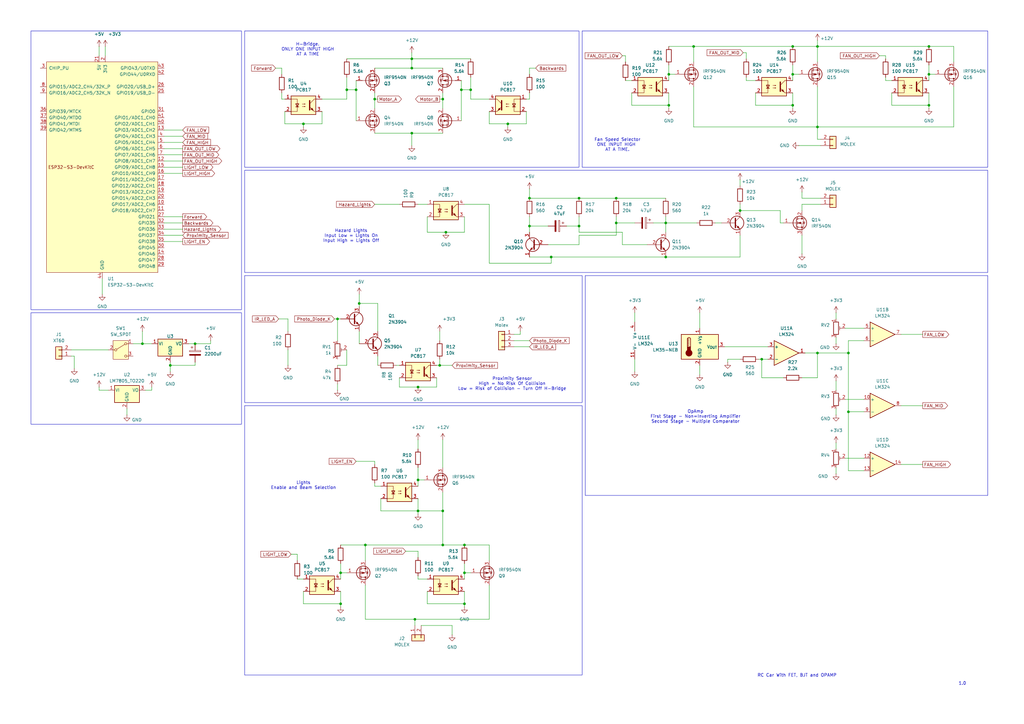
<source format=kicad_sch>
(kicad_sch (version 20231120) (generator "eeschema") (generator_version "8.0")
  (paper "A3")
  (junction (at 252.73 91.44))
  (junction (at 325.12 30.48))
  (junction (at 168.91 27.94))
  (junction (at 69.85 149.86))
  (junction (at 138.43 130.81))
  (junction (at 381 30.48))
  (junction (at 182.88 95.25))
  (junction (at 217.17 81.28))
  (junction (at 168.91 24.13))
  (junction (at 58.42 140.97))
  (junction (at 325.12 43.18))
  (junction (at 153.67 40.64))
  (junction (at 139.7 247.65))
  (junction (at 190.5 247.65))
  (junction (at 190.5 223.52))
  (junction (at 124.46 50.8))
  (junction (at 146.05 36.83))
  (junction (at 142.24 36.83))
  (junction (at 335.28 144.78))
  (junction (at 171.45 209.55))
  (junction (at 303.53 86.36))
  (junction (at 208.28 50.8))
  (junction (at 347.98 168.91))
  (junction (at 284.48 19.05))
  (junction (at 180.34 149.86))
  (junction (at 335.28 52.07))
  (junction (at 312.42 147.32))
  (junction (at 170.18 254))
  (junction (at 273.05 105.41))
  (junction (at 347.98 144.78))
  (junction (at 193.04 36.83))
  (junction (at 181.61 209.55))
  (junction (at 325.12 19.05))
  (junction (at 274.32 30.48))
  (junction (at 147.32 124.46))
  (junction (at 226.06 105.41))
  (junction (at 252.73 81.28))
  (junction (at 273.05 91.44))
  (junction (at 149.86 223.52))
  (junction (at 80.01 140.97))
  (junction (at 189.23 36.83))
  (junction (at 171.45 196.85))
  (junction (at 335.28 19.05))
  (junction (at 168.91 54.61))
  (junction (at 139.7 234.95))
  (junction (at 217.17 92.71))
  (junction (at 381 43.18))
  (junction (at 181.61 223.52))
  (junction (at 237.49 81.28))
  (junction (at 190.5 234.95))
  (junction (at 171.45 158.75))
  (junction (at 274.32 43.18))
  (junction (at 237.49 92.71))
  (junction (at 181.61 40.64))
  (junction (at 381 19.05))
  (wire (pts (xy 217.17 40.64) (xy 215.9 40.64)))
  (wire (pts (xy 86.36 139.7) (xy 86.36 140.97)))
  (wire (pts (xy 381 43.18) (xy 381 44.45)))
  (wire (pts (xy 320.04 86.36) (xy 320.04 91.44)))
  (wire (pts (xy 162.56 149.86) (xy 163.83 149.86)))
  (wire (pts (xy 365.76 43.18) (xy 381 43.18)))
  (wire (pts (xy 80.01 148.59) (xy 80.01 149.86)))
  (wire (pts (xy 113.03 27.94) (xy 115.57 27.94)))
  (wire (pts (xy 115.57 40.64) (xy 116.84 40.64)))
  (wire (pts (xy 346.71 187.96) (xy 354.33 187.96)))
  (wire (pts (xy 328.93 83.82) (xy 328.93 86.36)))
  (wire (pts (xy 256.54 25.4) (xy 256.54 22.86)))
  (wire (pts (xy 171.45 237.49) (xy 175.26 237.49)))
  (wire (pts (xy 80.01 149.86) (xy 69.85 149.86)))
  (wire (pts (xy 40.64 160.02) (xy 44.45 160.02)))
  (wire (pts (xy 217.17 88.9) (xy 217.17 92.71)))
  (wire (pts (xy 293.37 91.44) (xy 295.91 91.44)))
  (wire (pts (xy 226.06 107.95) (xy 226.06 105.41)))
  (wire (pts (xy 336.55 83.82) (xy 328.93 83.82)))
  (wire (pts (xy 40.64 158.75) (xy 40.64 160.02)))
  (wire (pts (xy 325.12 30.48) (xy 327.66 30.48)))
  (wire (pts (xy 303.53 86.36) (xy 320.04 86.36)))
  (wire (pts (xy 237.49 88.9) (xy 237.49 92.71)))
  (wire (pts (xy 325.12 38.1) (xy 325.12 43.18)))
  (wire (pts (xy 116.84 45.72) (xy 116.84 50.8)))
  (wire (pts (xy 149.86 223.52) (xy 149.86 229.87)))
  (wire (pts (xy 284.48 52.07) (xy 284.48 35.56)))
  (wire (pts (xy 142.24 36.83) (xy 146.05 36.83)))
  (wire (pts (xy 154.94 146.05) (xy 154.94 149.86)))
  (wire (pts (xy 287.02 128.27) (xy 287.02 134.62)))
  (wire (pts (xy 226.06 105.41) (xy 273.05 105.41)))
  (wire (pts (xy 297.18 142.24) (xy 314.96 142.24)))
  (wire (pts (xy 274.32 38.1) (xy 274.32 43.18)))
  (wire (pts (xy 381 19.05) (xy 391.16 19.05)))
  (wire (pts (xy 149.86 254) (xy 149.86 240.03)))
  (wire (pts (xy 171.45 196.85) (xy 173.99 196.85)))
  (wire (pts (xy 381 33.02) (xy 381 30.48)))
  (wire (pts (xy 67.31 91.44) (xy 74.93 91.44)))
  (wire (pts (xy 181.61 209.55) (xy 181.61 223.52)))
  (wire (pts (xy 327.66 59.69) (xy 336.55 59.69)))
  (wire (pts (xy 274.32 26.67) (xy 274.32 30.48)))
  (wire (pts (xy 146.05 36.83) (xy 146.05 49.53)))
  (wire (pts (xy 185.42 260.35) (xy 185.42 256.54)))
  (wire (pts (xy 182.88 95.25) (xy 175.26 95.25)))
  (wire (pts (xy 311.15 147.32) (xy 312.42 147.32)))
  (wire (pts (xy 139.7 247.65) (xy 139.7 248.92)))
  (wire (pts (xy 29.21 143.51) (xy 44.45 143.51)))
  (wire (pts (xy 213.36 135.89) (xy 213.36 137.16)))
  (wire (pts (xy 260.35 147.32) (xy 260.35 152.4)))
  (wire (pts (xy 312.42 154.94) (xy 312.42 147.32)))
  (wire (pts (xy 365.76 38.1) (xy 365.76 43.18)))
  (wire (pts (xy 335.28 52.07) (xy 391.16 52.07)))
  (wire (pts (xy 217.17 92.71) (xy 217.17 95.25)))
  (wire (pts (xy 139.7 234.95) (xy 142.24 234.95)))
  (wire (pts (xy 69.85 149.86) (xy 69.85 152.4)))
  (wire (pts (xy 146.05 189.23) (xy 153.67 189.23)))
  (wire (pts (xy 147.32 124.46) (xy 147.32 125.73)))
  (wire (pts (xy 259.08 38.1) (xy 259.08 43.18)))
  (wire (pts (xy 86.36 140.97) (xy 80.01 140.97)))
  (wire (pts (xy 190.5 223.52) (xy 200.66 223.52)))
  (wire (pts (xy 267.97 91.44) (xy 273.05 91.44)))
  (wire (pts (xy 354.33 168.91) (xy 347.98 168.91)))
  (wire (pts (xy 200.66 254) (xy 200.66 240.03)))
  (wire (pts (xy 217.17 81.28) (xy 237.49 81.28)))
  (wire (pts (xy 40.64 19.05) (xy 40.64 22.86)))
  (wire (pts (xy 156.21 199.39) (xy 153.67 199.39)))
  (wire (pts (xy 200.66 50.8) (xy 200.66 45.72)))
  (wire (pts (xy 67.31 58.42) (xy 74.93 58.42)))
  (wire (pts (xy 336.55 57.15) (xy 335.28 57.15)))
  (wire (pts (xy 171.45 83.82) (xy 175.26 83.82)))
  (wire (pts (xy 154.94 135.89) (xy 154.94 124.46)))
  (wire (pts (xy 168.91 54.61) (xy 168.91 59.69)))
  (wire (pts (xy 180.34 40.64) (xy 181.61 40.64)))
  (wire (pts (xy 67.31 68.58) (xy 74.93 68.58)))
  (wire (pts (xy 119.38 227.33) (xy 121.92 227.33)))
  (wire (pts (xy 252.73 91.44) (xy 252.73 96.52)))
  (wire (pts (xy 190.5 88.9) (xy 190.5 95.25)))
  (wire (pts (xy 255.27 100.33) (xy 265.43 100.33)))
  (wire (pts (xy 124.46 247.65) (xy 139.7 247.65)))
  (wire (pts (xy 139.7 237.49) (xy 139.7 234.95)))
  (wire (pts (xy 181.61 223.52) (xy 190.5 223.52)))
  (wire (pts (xy 168.91 27.94) (xy 181.61 27.94)))
  (wire (pts (xy 284.48 19.05) (xy 284.48 25.4)))
  (wire (pts (xy 139.7 231.14) (xy 139.7 234.95)))
  (wire (pts (xy 41.91 114.3) (xy 41.91 120.65)))
  (wire (pts (xy 190.5 95.25) (xy 182.88 95.25)))
  (wire (pts (xy 342.9 138.43) (xy 342.9 140.97)))
  (wire (pts (xy 213.36 137.16) (xy 210.82 137.16)))
  (wire (pts (xy 190.5 231.14) (xy 190.5 234.95)))
  (wire (pts (xy 303.53 105.41) (xy 273.05 105.41)))
  (wire (pts (xy 335.28 19.05) (xy 335.28 25.4)))
  (wire (pts (xy 273.05 91.44) (xy 273.05 95.25)))
  (wire (pts (xy 180.34 135.89) (xy 180.34 139.7)))
  (wire (pts (xy 303.53 83.82) (xy 303.53 86.36)))
  (wire (pts (xy 210.82 142.24) (xy 217.17 142.24)))
  (wire (pts (xy 153.67 189.23) (xy 153.67 190.5)))
  (wire (pts (xy 115.57 27.94) (xy 115.57 30.48)))
  (wire (pts (xy 321.31 154.94) (xy 312.42 154.94)))
  (wire (pts (xy 153.67 38.1) (xy 153.67 40.64)))
  (wire (pts (xy 124.46 50.8) (xy 124.46 52.07)))
  (wire (pts (xy 325.12 33.02) (xy 325.12 30.48)))
  (wire (pts (xy 181.61 180.34) (xy 181.61 191.77)))
  (wire (pts (xy 181.61 40.64) (xy 181.61 44.45)))
  (wire (pts (xy 363.22 22.86) (xy 363.22 24.13)))
  (wire (pts (xy 138.43 139.7) (xy 138.43 130.81)))
  (wire (pts (xy 142.24 31.75) (xy 142.24 36.83)))
  (wire (pts (xy 208.28 52.07) (xy 208.28 50.8)))
  (wire (pts (xy 347.98 193.04) (xy 347.98 168.91)))
  (wire (pts (xy 153.67 54.61) (xy 168.91 54.61)))
  (wire (pts (xy 298.45 148.59) (xy 298.45 147.32)))
  (wire (pts (xy 255.27 95.25) (xy 255.27 100.33)))
  (wire (pts (xy 69.85 148.59) (xy 69.85 149.86)))
  (wire (pts (xy 67.31 71.12) (xy 74.93 71.12)))
  (wire (pts (xy 335.28 52.07) (xy 284.48 52.07)))
  (wire (pts (xy 309.88 43.18) (xy 325.12 43.18)))
  (wire (pts (xy 132.08 50.8) (xy 132.08 45.72)))
  (wire (pts (xy 190.5 247.65) (xy 190.5 248.92)))
  (wire (pts (xy 217.17 77.47) (xy 217.17 81.28)))
  (wire (pts (xy 200.66 107.95) (xy 226.06 107.95)))
  (wire (pts (xy 237.49 92.71) (xy 237.49 95.25)))
  (wire (pts (xy 67.31 96.52) (xy 74.93 96.52)))
  (wire (pts (xy 252.73 96.52) (xy 237.49 96.52)))
  (wire (pts (xy 298.45 147.32) (xy 303.53 147.32)))
  (wire (pts (xy 200.66 83.82) (xy 200.66 107.95)))
  (wire (pts (xy 342.9 181.61) (xy 342.9 184.15)))
  (wire (pts (xy 142.24 40.64) (xy 142.24 36.83)))
  (wire (pts (xy 381 38.1) (xy 381 43.18)))
  (wire (pts (xy 256.54 33.02) (xy 259.08 33.02)))
  (wire (pts (xy 381 26.67) (xy 381 30.48)))
  (wire (pts (xy 303.53 73.66) (xy 303.53 76.2)))
  (wire (pts (xy 259.08 43.18) (xy 274.32 43.18)))
  (wire (pts (xy 193.04 31.75) (xy 193.04 36.83)))
  (wire (pts (xy 149.86 223.52) (xy 181.61 223.52)))
  (wire (pts (xy 118.11 143.51) (xy 118.11 149.86)))
  (wire (pts (xy 153.67 40.64) (xy 153.67 44.45)))
  (wire (pts (xy 347.98 168.91) (xy 347.98 144.78)))
  (wire (pts (xy 67.31 66.04) (xy 74.93 66.04)))
  (wire (pts (xy 309.88 38.1) (xy 309.88 43.18)))
  (wire (pts (xy 181.61 209.55) (xy 171.45 209.55)))
  (wire (pts (xy 168.91 24.13) (xy 168.91 27.94)))
  (wire (pts (xy 193.04 40.64) (xy 193.04 36.83)))
  (wire (pts (xy 190.5 237.49) (xy 190.5 234.95)))
  (wire (pts (xy 132.08 40.64) (xy 142.24 40.64)))
  (wire (pts (xy 193.04 36.83) (xy 189.23 36.83)))
  (wire (pts (xy 360.68 22.86) (xy 363.22 22.86)))
  (wire (pts (xy 335.28 144.78) (xy 335.28 154.94)))
  (wire (pts (xy 121.92 237.49) (xy 124.46 237.49)))
  (wire (pts (xy 217.17 105.41) (xy 226.06 105.41)))
  (wire (pts (xy 237.49 92.71) (xy 232.41 92.71)))
  (wire (pts (xy 116.84 50.8) (xy 124.46 50.8)))
  (wire (pts (xy 185.42 256.54) (xy 172.72 256.54)))
  (wire (pts (xy 171.45 199.39) (xy 171.45 196.85)))
  (wire (pts (xy 166.37 226.06) (xy 171.45 226.06)))
  (wire (pts (xy 346.71 134.62) (xy 354.33 134.62)))
  (wire (pts (xy 284.48 19.05) (xy 325.12 19.05)))
  (wire (pts (xy 114.3 130.81) (xy 118.11 130.81)))
  (wire (pts (xy 146.05 33.02) (xy 146.05 36.83)))
  (wire (pts (xy 171.45 236.22) (xy 171.45 237.49)))
  (wire (pts (xy 347.98 139.7) (xy 354.33 139.7)))
  (wire (pts (xy 306.07 31.75) (xy 306.07 33.02)))
  (wire (pts (xy 369.57 166.37) (xy 378.46 166.37)))
  (wire (pts (xy 190.5 83.82) (xy 200.66 83.82)))
  (wire (pts (xy 219.71 27.94) (xy 217.17 27.94)))
  (wire (pts (xy 287.02 149.86) (xy 287.02 153.67)))
  (wire (pts (xy 217.17 92.71) (xy 224.79 92.71)))
  (wire (pts (xy 328.93 78.74) (xy 328.93 81.28)))
  (wire (pts (xy 139.7 223.52) (xy 149.86 223.52)))
  (wire (pts (xy 179.07 154.94) (xy 179.07 158.75)))
  (wire (pts (xy 342.9 167.64) (xy 342.9 170.18)))
  (wire (pts (xy 175.26 95.25) (xy 175.26 88.9)))
  (wire (pts (xy 335.28 19.05) (xy 381 19.05)))
  (wire (pts (xy 335.28 16.51) (xy 335.28 19.05)))
  (wire (pts (xy 163.83 158.75) (xy 163.83 154.94)))
  (wire (pts (xy 391.16 52.07) (xy 391.16 35.56)))
  (wire (pts (xy 189.23 33.02) (xy 189.23 36.83)))
  (wire (pts (xy 363.22 33.02) (xy 363.22 31.75)))
  (wire (pts (xy 189.23 36.83) (xy 189.23 49.53)))
  (wire (pts (xy 180.34 149.86) (xy 179.07 149.86)))
  (wire (pts (xy 335.28 57.15) (xy 335.28 52.07)))
  (wire (pts (xy 138.43 157.48) (xy 138.43 160.02)))
  (wire (pts (xy 274.32 19.05) (xy 284.48 19.05)))
  (wire (pts (xy 43.18 19.05) (xy 43.18 22.86)))
  (wire (pts (xy 273.05 88.9) (xy 273.05 91.44)))
  (wire (pts (xy 142.24 143.51) (xy 142.24 149.86)))
  (wire (pts (xy 168.91 21.59) (xy 168.91 24.13)))
  (wire (pts (xy 139.7 242.57) (xy 139.7 247.65)))
  (wire (pts (xy 121.92 229.87) (xy 121.92 227.33)))
  (wire (pts (xy 171.45 158.75) (xy 163.83 158.75)))
  (wire (pts (xy 153.67 83.82) (xy 163.83 83.82)))
  (wire (pts (xy 273.05 91.44) (xy 285.75 91.44)))
  (wire (pts (xy 335.28 144.78) (xy 347.98 144.78)))
  (wire (pts (xy 330.2 144.78) (xy 335.28 144.78)))
  (wire (pts (xy 306.07 21.59) (xy 304.8 21.59)))
  (wire (pts (xy 274.32 43.18) (xy 274.32 44.45)))
  (wire (pts (xy 256.54 22.86) (xy 255.27 22.86)))
  (wire (pts (xy 54.61 140.97) (xy 58.42 140.97)))
  (wire (pts (xy 67.31 60.96) (xy 74.93 60.96)))
  (wire (pts (xy 215.9 45.72) (xy 215.9 50.8)))
  (wire (pts (xy 208.28 50.8) (xy 215.9 50.8)))
  (wire (pts (xy 260.35 128.27) (xy 260.35 132.08)))
  (wire (pts (xy 175.26 242.57) (xy 175.26 247.65)))
  (wire (pts (xy 52.07 167.64) (xy 52.07 170.18)))
  (wire (pts (xy 217.17 38.1) (xy 217.17 40.64)))
  (wire (pts (xy 347.98 144.78) (xy 347.98 139.7)))
  (wire (pts (xy 391.16 19.05) (xy 391.16 25.4)))
  (wire (pts (xy 208.28 50.8) (xy 200.66 50.8)))
  (wire (pts (xy 181.61 201.93) (xy 181.61 209.55)))
  (wire (pts (xy 369.57 137.16) (xy 378.46 137.16)))
  (wire (pts (xy 171.45 191.77) (xy 171.45 196.85)))
  (wire (pts (xy 325.12 19.05) (xy 335.28 19.05)))
  (wire (pts (xy 200.66 223.52) (xy 200.66 229.87)))
  (wire (pts (xy 124.46 242.57) (xy 124.46 247.65)))
  (wire (pts (xy 115.57 38.1) (xy 115.57 40.64)))
  (wire (pts (xy 274.32 30.48) (xy 276.86 30.48)))
  (wire (pts (xy 237.49 81.28) (xy 252.73 81.28)))
  (wire (pts (xy 171.45 204.47) (xy 171.45 209.55)))
  (wire (pts (xy 224.79 100.33) (xy 237.49 100.33)))
  (wire (pts (xy 306.07 24.13) (xy 306.07 21.59)))
  (wire (pts (xy 180.34 149.86) (xy 185.42 149.86)))
  (wire (pts (xy 335.28 35.56) (xy 335.28 52.07)))
  (wire (pts (xy 320.04 91.44) (xy 321.31 91.44)))
  (wire (pts (xy 179.07 158.75) (xy 171.45 158.75)))
  (wire (pts (xy 62.23 160.02) (xy 59.69 160.02)))
  (wire (pts (xy 325.12 26.67) (xy 325.12 30.48)))
  (wire (pts (xy 80.01 140.97) (xy 77.47 140.97)))
  (wire (pts (xy 381 30.48) (xy 383.54 30.48)))
  (wire (pts (xy 210.82 139.7) (xy 217.17 139.7)))
  (wire (pts (xy 252.73 88.9) (xy 252.73 91.44)))
  (wire (pts (xy 58.42 140.97) (xy 62.23 140.97)))
  (wire (pts (xy 147.32 120.65) (xy 147.32 124.46)))
  (wire (pts (xy 138.43 149.86) (xy 142.24 149.86)))
  (wire (pts (xy 312.42 147.32) (xy 314.96 147.32)))
  (wire (pts (xy 328.93 154.94) (xy 335.28 154.94)))
  (wire (pts (xy 58.42 135.89) (xy 58.42 140.97)))
  (wire (pts (xy 181.61 38.1) (xy 181.61 40.64)))
  (wire (pts (xy 170.18 254) (xy 200.66 254)))
  (wire (pts (xy 124.46 50.8) (xy 132.08 50.8)))
  (wire (pts (xy 67.31 99.06) (xy 74.93 99.06)))
  (wire (pts (xy 200.66 40.64) (xy 193.04 40.64)))
  (wire (pts (xy 306.07 33.02) (xy 309.88 33.02)))
  (wire (pts (xy 147.32 135.89) (xy 147.32 140.97)))
  (wire (pts (xy 67.31 88.9) (xy 74.93 88.9)))
  (wire (pts (xy 156.21 204.47) (xy 156.21 209.55)))
  (wire (pts (xy 190.5 234.95) (xy 193.04 234.95)))
  (wire (pts (xy 138.43 130.81) (xy 139.7 130.81)))
  (wire (pts (xy 154.94 40.64) (xy 153.67 40.64)))
  (wire (pts (xy 168.91 24.13) (xy 193.04 24.13)))
  (wire (pts (xy 354.33 193.04) (xy 347.98 193.04)))
  (wire (pts (xy 156.21 209.55) (xy 171.45 209.55)))
  (wire (pts (xy 67.31 53.34) (xy 74.93 53.34)))
  (wire (pts (xy 328.93 81.28) (xy 336.55 81.28)))
  (wire (pts (xy 149.86 254) (xy 170.18 254)))
  (wire (pts (xy 252.73 81.28) (xy 273.05 81.28)))
  (wire (pts (xy 237.49 95.25) (xy 255.27 95.25)))
  (wire (pts (xy 365.76 33.02) (xy 363.22 33.02)))
  (wire (pts (xy 342.9 191.77) (xy 342.9 194.31)))
  (wire (pts (xy 328.93 96.52) (xy 328.93 104.14)))
  (wire (pts (xy 67.31 63.5) (xy 74.93 63.5)))
  (wire (pts (xy 217.17 27.94) (xy 217.17 30.48)))
  (wire (pts (xy 67.31 93.98) (xy 74.93 93.98)))
  (wire (pts (xy 342.9 156.21) (xy 342.9 160.02)))
  (wire (pts (xy 369.57 190.5) (xy 378.46 190.5)))
  (wire (pts (xy 67.31 55.88) (xy 74.93 55.88)))
  (wire (pts (xy 252.73 91.44) (xy 260.35 91.44)))
  (wire (pts (xy 142.24 24.13) (xy 168.91 24.13)))
  (wire (pts (xy 274.32 33.02) (xy 274.32 30.48)))
  (wire (pts (xy 180.34 147.32) (xy 180.34 149.86)))
  (wire (pts (xy 303.53 96.52) (xy 303.53 105.41)))
  (wire (pts (xy 171.45 180.34) (xy 171.45 184.15)))
  (wire (pts (xy 168.91 54.61) (xy 181.61 54.61)))
  (wire (pts (xy 153.67 27.94) (xy 168.91 27.94)))
  (wire (pts (xy 171.45 209.55) (xy 171.45 210.82)))
  (wire (pts (xy 137.16 130.81) (xy 138.43 130.81)))
  (wire (pts (xy 62.23 158.75) (xy 62.23 160.02)))
  (wire (pts (xy 325.12 43.18) (xy 325.12 44.45)))
  (wire (pts (xy 118.11 130.81) (xy 118.11 135.89)))
  (wire (pts (xy 29.21 146.05) (xy 30.48 146.05)))
  (wire (pts (xy 346.71 163.83) (xy 354.33 163.83)))
  (wire (pts (xy 171.45 228.6) (xy 171.45 226.06)))
  (wire (pts (xy 190.5 242.57) (xy 190.5 247.65)))
  (wire (pts (xy 154.94 124.46) (xy 147.32 124.46)))
  (wire (pts (xy 237.49 96.52) (xy 237.49 100.33)))
  (wire (pts (xy 153.67 199.39) (xy 153.67 198.12)))
  (wire (pts (xy 175.26 247.65) (xy 190.5 247.65)))
  (wire (pts (xy 30.48 146.05) (xy 30.48 151.13)))
  (wire (pts (xy 342.9 128.27) (xy 342.9 130.81)))
  (wire (pts (xy 170.18 256.54) (xy 170.18 254)))
  (rectangle (start 100.33 69.85) (end 405.13 111.76))
  (rectangle (start 240.03 113.03) (end 405.13 203.2))
  (rectangle (start 238.76 12.7) (end 405.13 68.58))
  (rectangle (start 100.33 166.37) (end 238.76 276.86))
  (rectangle (start 100.33 12.7) (end 237.49 68.58))
  (rectangle (start 100.33 113.03) (end 238.76 165.1))
  (rectangle (start 12.7 12.7) (end 99.06 127))
  (rectangle (start 12.7 128.27) (end 99.06 173.99))
  (text "H-Bridge.\nONLY ONE INPUT HIGH\nAT A TIME" (at 126.238 20.32 0) (effects (font (size 1.27 1.27))))
  (text "RC Car With FET, BJT and OPAMP" (at 326.898 277.114 0) (effects (font (size 1.27 1.27))))
  (text "Hazard Lights\nInput Low = Lights On\nInput High = Lights Off" (at 144.018 96.774 0) (effects (font (size 1.27 1.27))))
  (text "1.0" (at 394.716 280.416 0) (effects (font (size 1.27 1.27))))
  (text "Lights\nEnable and Beam Selection" (at 124.46 199.136 0) (effects (font (size 1.27 1.27))))
  (text "Proximity Sensor\nHigh = No Risk Of Collision\nLow = Risk of Collision - Turn Off H-Bridge" (at 210.058 157.48 0) (effects (font (size 1.27 1.27))))
  (text "Fan Speed Selector\nONE INPUT HIGH \nAT A TIME." (at 253.238 59.436 0) (effects (font (size 1.27 1.27))))
  (text "OpAmp\nFirst Stage - Non=Inverting Amplifier\nSecond Stage - Multiple Comparator\n" (at 285.242 170.942 0) (effects (font (size 1.27 1.27))))
  (global_label "FAN_HIGH" (shape output) (at 378.46 190.5 0) (property "Intersheetrefs" "${INTERSHEET_REFS}" (effects (hide yes))))
  (global_label "FAN_OUT_LOW" (shape input) (at 255.27 22.86 180) (property "Intersheetrefs" "${INTERSHEET_REFS}" (effects (hide yes))))
  (global_label "FAN_OUT_MID" (shape input) (at 304.8 21.59 180) (property "Intersheetrefs" "${INTERSHEET_REFS}" (effects (hide yes))))
  (global_label "Motor_B" (shape output) (at 180.34 40.64 180) (property "Intersheetrefs" "${INTERSHEET_REFS}" (effects (hide yes))))
  (global_label "Hazard_Lights" (shape input) (at 153.67 83.82 180) (property "Intersheetrefs" "${INTERSHEET_REFS}" (effects (hide yes))))
  (global_label "LIGHT_EN" (shape output) (at 74.93 99.06 0) (property "Intersheetrefs" "${INTERSHEET_REFS}" (effects (hide yes))))
  (global_label "Backwards" (shape input) (at 219.71 27.94 0) (property "Intersheetrefs" "${INTERSHEET_REFS}" (effects (hide yes))))
  (global_label "Hazard_Lights" (shape output) (at 74.93 93.98 0) (property "Intersheetrefs" "${INTERSHEET_REFS}" (effects (hide yes))))
  (global_label "FAN_HIGH" (shape input) (at 74.93 58.42 0) (property "Intersheetrefs" "${INTERSHEET_REFS}" (effects (hide yes))))
  (global_label "FAN_OUT_HIGH" (shape output) (at 74.93 66.04 0) (property "Intersheetrefs" "${INTERSHEET_REFS}" (effects (hide yes))))
  (global_label "IR_LED_A" (shape input) (at 114.3 130.81 180) (property "Intersheetrefs" "${INTERSHEET_REFS}" (effects (hide yes))))
  (global_label "Proximity_Sensor" (shape input) (at 74.93 96.52 0) (property "Intersheetrefs" "${INTERSHEET_REFS}" (effects (hide yes))))
  (global_label "LIGHT_EN" (shape input) (at 146.05 189.23 180) (property "Intersheetrefs" "${INTERSHEET_REFS}" (effects (hide yes))))
  (global_label "LIGHT_LOW" (shape output) (at 74.93 68.58 0) (property "Intersheetrefs" "${INTERSHEET_REFS}" (effects (hide yes))))
  (global_label "FAN_OUT_HIGH" (shape input) (at 360.68 22.86 180) (property "Intersheetrefs" "${INTERSHEET_REFS}" (effects (hide yes))))
  (global_label "FAN_LOW" (shape output) (at 378.46 137.16 0) (property "Intersheetrefs" "${INTERSHEET_REFS}" (effects (hide yes))))
  (global_label "Backwards" (shape output) (at 74.93 91.44 0) (property "Intersheetrefs" "${INTERSHEET_REFS}" (effects (hide yes))))
  (global_label "FAN_MID" (shape output) (at 378.46 166.37 0) (property "Intersheetrefs" "${INTERSHEET_REFS}" (effects (hide yes))))
  (global_label "Forward" (shape input) (at 113.03 27.94 180) (property "Intersheetrefs" "${INTERSHEET_REFS}" (effects (hide yes))))
  (global_label "Photo_Diode_K" (shape input) (at 217.17 139.7 0) (property "Intersheetrefs" "${INTERSHEET_REFS}" (effects (hide yes))))
  (global_label "FAN_OUT_LOW" (shape output) (at 74.93 60.96 0) (property "Intersheetrefs" "${INTERSHEET_REFS}" (effects (hide yes))))
  (global_label "FAN_MID" (shape input) (at 74.93 55.88 0) (property "Intersheetrefs" "${INTERSHEET_REFS}" (effects (hide yes))))
  (global_label "FAN_OUT_MID" (shape output) (at 74.93 63.5 0) (property "Intersheetrefs" "${INTERSHEET_REFS}" (effects (hide yes))))
  (global_label "Proximity_Sensor" (shape input) (at 185.42 149.86 0) (property "Intersheetrefs" "${INTERSHEET_REFS}" (effects (hide yes))))
  (global_label "Forward" (shape output) (at 74.93 88.9 0) (property "Intersheetrefs" "${INTERSHEET_REFS}" (effects (hide yes))))
  (global_label "Motor_A" (shape output) (at 154.94 40.64 0) (property "Intersheetrefs" "${INTERSHEET_REFS}" (effects (hide yes))))
  (global_label "LIGHT_HIGH" (shape input) (at 166.37 226.06 180) (property "Intersheetrefs" "${INTERSHEET_REFS}" (effects (hide yes))))
  (global_label "Photo_Diode_K" (shape input) (at 137.16 130.81 180) (property "Intersheetrefs" "${INTERSHEET_REFS}" (effects (hide yes))))
  (global_label "FAN_LOW" (shape input) (at 74.93 53.34 0) (property "Intersheetrefs" "${INTERSHEET_REFS}" (effects (hide yes))))
  (global_label "LIGHT_HIGH" (shape output) (at 74.93 71.12 0) (property "Intersheetrefs" "${INTERSHEET_REFS}" (effects (hide yes))))
  (global_label "LIGHT_LOW" (shape input) (at 119.38 227.33 180) (property "Intersheetrefs" "${INTERSHEET_REFS}" (effects (hide yes))))
  (global_label "IR_LED_A" (shape input) (at 217.17 142.24 0) (property "Intersheetrefs" "${INTERSHEET_REFS}" (effects (hide yes))))
  (symbol (lib_id "Device:R") (at 303.53 80.01 0) (unit 1)
    (property "Reference" "R23" (at 306.07 78.7399 0) (effects (justify left)))
    (property "Value" "10k" (at 306.07 81.2799 0) (effects (justify left)))
    (property "Footprint" "Resistor_THT:R_Axial_DIN0309_L9.0mm_D3.2mm_P15.24mm_Horizontal" (effects (hide yes)))
    (property "Description" "Resistor" (effects (hide yes)))
  )
  (symbol (lib_id "Device:R") (at 363.22 27.94 0) (unit 1)
    (property "Reference" "R28" (at 365.76 26.6699 0) (effects (justify left)))
    (property "Value" "100" (at 365.76 29.2099 0) (effects (justify left)))
    (property "Footprint" "Resistor_THT:R_Axial_DIN0309_L9.0mm_D3.2mm_P15.24mm_Horizontal" (effects (hide yes)))
    (property "Description" "Resistor" (effects (hide yes)))
  )
  (symbol (lib_id "power:+5V") (at 86.36 139.7 0) (unit 1)
    (property "Reference" "#PWR010" (effects (hide yes)))
    (property "Value" "+5V" (at 86.36 134.62 0))
    (property "Description" "Power symbol creates a global label with name \"+5V\"" (effects (hide yes)))
  )
  (symbol (lib_id "power:GND") (at 171.45 158.75 0) (unit 1)
    (property "Reference" "#PWR018" (effects (hide yes)))
    (property "Value" "GND" (at 171.45 163.83 0))
    (property "Description" "Power symbol creates a global label with name \"GND\" , ground" (effects (hide yes)))
  )
  (symbol (lib_id "power:GND") (at 342.9 140.97 0) (unit 1)
    (property "Reference" "#PWR042" (effects (hide yes)))
    (property "Value" "GND" (at 338.328 142.494 0))
    (property "Description" "Power symbol creates a global label with name \"GND\" , ground" (effects (hide yes)))
  )
  (symbol (lib_id "Device:R_Potentiometer_Trim") (at 138.43 143.51 0) (unit 1)
    (property "Reference" "RV1" (at 135.89 142.2399 0) (effects (justify right)))
    (property "Value" "1k" (at 135.89 144.7799 0) (effects (justify right)))
    (property "Footprint" "Potentiometer_THT:Potentiometer_Runtron_RM-065_Vertical" (effects (hide yes)))
    (property "Description" "Trim-potentiometer" (effects (hide yes)))
  )
  (symbol (lib_id "Transistor_FET:IRF540N") (at 151.13 49.53 0) (unit 1)
    (property "Reference" "Q4" (at 157.48 48.2599 0) (effects (justify left)))
    (property "Value" "IRF540N" (at 157.48 50.7999 0) (effects (justify left)))
    (property "Footprint" "Package_TO_SOT_THT:TO-220-3_Vertical" (effects (hide yes)))
    (property "Datasheet" "http://www.irf.com/product-info/datasheets/data/irf540n.pdf" (effects (hide yes)))
    (property "Description" "33A Id, 100V Vds, HEXFET N-Channel MOSFET, TO-220" (effects (hide yes)))
  )
  (symbol (lib_id "Device:R") (at 118.11 139.7 0) (mirror y) (unit 1)
    (property "Reference" "R2" (at 115.57 138.4299 0) (effects (justify left)))
    (property "Value" "100" (at 115.57 140.9699 0) (effects (justify left)))
    (property "Footprint" "Resistor_THT:R_Axial_DIN0309_L9.0mm_D3.2mm_P15.24mm_Horizontal" (effects (hide yes)))
    (property "Description" "Resistor" (effects (hide yes)))
  )
  (symbol (lib_id "power:+5V") (at 213.36 135.89 0) (unit 1)
    (property "Reference" "#PWR027" (effects (hide yes)))
    (property "Value" "+5V" (at 213.36 130.81 0))
    (property "Description" "Power symbol creates a global label with name \"+5V\"" (effects (hide yes)))
  )
  (symbol (lib_id "power:GND") (at 138.43 160.02 0) (unit 1)
    (property "Reference" "#PWR013" (effects (hide yes)))
    (property "Value" "GND" (at 141.224 163.576 0))
    (property "Description" "Power symbol creates a global label with name \"GND\" , ground" (effects (hide yes)))
  )
  (symbol (lib_id "power:+12V") (at 171.45 180.34 0) (unit 1)
    (property "Reference" "#PWR019" (effects (hide yes)))
    (property "Value" "+12V" (at 171.45 175.26 0))
    (property "Description" "Power symbol creates a global label with name \"+12V\"" (effects (hide yes)))
  )
  (symbol (lib_id "Device:R") (at 273.05 85.09 0) (unit 1)
    (property "Reference" "R20" (at 275.59 83.8199 0) (effects (justify left)))
    (property "Value" "560" (at 275.59 86.3599 0) (effects (justify left)))
    (property "Footprint" "Resistor_THT:R_Axial_DIN0309_L9.0mm_D3.2mm_P15.24mm_Horizontal" (effects (hide yes)))
    (property "Description" "Resistor" (effects (hide yes)))
  )
  (symbol (lib_id "Transistor_BJT:2N3904") (at 270.51 100.33 0) (unit 1)
    (property "Reference" "Q11" (at 275.59 99.0599 0) (effects (justify left)))
    (property "Value" "2N3904" (at 275.59 101.5999 0) (effects (justify left)))
    (property "Footprint" "Package_TO_SOT_THT:TO-92_Inline" (effects (hide yes)))
    (property "Datasheet" "https://www.onsemi.com/pub/Collateral/2N3903-D.PDF" (effects (hide yes)))
    (property "Description" "0.2A Ic, 40V Vce, Small Signal NPN Transistor, TO-92" (effects (hide yes)))
  )
  (symbol (lib_id "Device:R_Potentiometer_Trim") (at 342.9 163.83 0) (unit 1)
    (property "Reference" "RV3" (at 340.36 162.5599 0) (effects (justify right)))
    (property "Value" "R_Potentiometer_Trim" (effects (hide yes)))
    (property "Footprint" "Potentiometer_THT:Potentiometer_Runtron_RM-065_Vertical" (effects (hide yes)))
    (property "Description" "Trim-potentiometer" (effects (hide yes)))
  )
  (symbol (lib_id "power:GND") (at 124.46 52.07 0) (unit 1)
    (property "Reference" "#PWR012" (effects (hide yes)))
    (property "Value" "GND" (at 124.46 57.15 0))
    (property "Description" "Power symbol creates a global label with name \"GND\" , ground" (effects (hide yes)))
  )
  (symbol (lib_id "power:GND") (at 168.91 59.69 0) (unit 1)
    (property "Reference" "#PWR017" (effects (hide yes)))
    (property "Value" "GND" (at 168.91 64.77 0))
    (property "Description" "Power symbol creates a global label with name \"GND\" , ground" (effects (hide yes)))
  )
  (symbol (lib_id "Device:R") (at 115.57 34.29 0) (unit 1)
    (property "Reference" "R1" (at 118.11 33.0199 0) (effects (justify left)))
    (property "Value" "100" (at 118.11 35.5599 0) (effects (justify left)))
    (property "Footprint" "Resistor_THT:R_Axial_DIN0309_L9.0mm_D3.2mm_P15.24mm_Horizontal" (effects (hide yes)))
    (property "Description" "Resistor" (effects (hide yes)))
  )
  (symbol (lib_id "Transistor_BJT:2N3904") (at 144.78 130.81 0) (unit 1)
    (property "Reference" "Q1" (at 159.258 129.54 0) (effects (justify left)))
    (property "Value" "2N3904" (at 159.258 132.08 0) (effects (justify left)))
    (property "Footprint" "Package_TO_SOT_THT:TO-92_Inline" (effects (hide yes)))
    (property "Datasheet" "https://www.onsemi.com/pub/Collateral/2N3903-D.PDF" (effects (hide yes)))
    (property "Description" "0.2A Ic, 40V Vce, Small Signal NPN Transistor, TO-92" (effects (hide yes)))
  )
  (symbol (lib_id "Isolator:PC817") (at 132.08 240.03 0) (unit 1)
    (property "Reference" "U5" (at 132.08 231.14 0))
    (property "Value" "PC817" (at 132.08 233.68 0))
    (property "Footprint" "Package_DIP:DIP-4_W7.62mm" (effects (hide yes)))
    (property "Datasheet" "http://www.soselectronic.cz/a_info/resource/d/pc817.pdf" (effects (hide yes)))
    (property "Description" "DC Optocoupler, Vce 35V, CTR 50-300%, DIP-4" (effects (hide yes)))
  )
  (symbol (lib_id "Switch:SW_SPDT") (at 49.53 143.51 0) (unit 1)
    (property "Reference" "SW1" (at 49.53 134.62 0))
    (property "Value" "SW_SPDT" (at 49.53 137.16 0))
    (property "Footprint" "Toggle:SW_Toggle_Blue_wSlots" (effects (hide yes)))
    (property "Description" "Switch, single pole double throw" (effects (hide yes)))
  )
  (symbol (lib_id "power:GND") (at 118.11 149.86 0) (unit 1)
    (property "Reference" "#PWR011" (effects (hide yes)))
    (property "Value" "GND" (at 118.11 154.94 0))
    (property "Description" "Power symbol creates a global label with name \"GND\" , ground" (effects (hide yes)))
  )
  (symbol (lib_id "power:+5V") (at 62.23 158.75 0) (unit 1)
    (property "Reference" "#PWR08" (effects (hide yes)))
    (property "Value" "+5V" (at 62.23 153.67 0))
    (property "Description" "Power symbol creates a global label with name \"+5V\"" (effects (hide yes)))
  )
  (symbol (lib_id "Regulator_Linear:LM7805_TO220") (at 69.85 140.97 0) (unit 1)
    (property "Reference" "U3" (at 69.85 137.922 0))
    (property "Value" "LM7805_TO220" (effects (hide yes)))
    (property "Footprint" "Package_TO_SOT_THT:TO-220-3_Vertical" (effects (hide yes)))
    (property "Datasheet" "https://www.onsemi.cn/PowerSolutions/document/MC7800-D.PDF" (effects (hide yes)))
    (property "Description" "Positive 1A 35V Linear Regulator, Fixed Output 5V, TO-220" (effects (hide yes)))
  )
  (symbol (lib_id "Device:C_Polarized") (at 264.16 91.44 270) (unit 1)
    (property "Reference" "C3" (at 265.049 83.82 90))
    (property "Value" "47uF" (at 265.049 86.36 90))
    (property "Footprint" "Capacitor_THT:CP_Radial_D5.0mm_P2.50mm" (effects (hide yes)))
    (property "Description" "Polarized capacitor" (effects (hide yes)))
  )
  (symbol (lib_id "Amplifier_Operational:LM324") (at 262.89 139.7 0) (unit 5)
    (property "Reference" "U11" (at 261.62 138.4299 0) (effects (justify left)))
    (property "Value" "LM324" (at 261.62 140.9699 0) (effects (justify left)))
    (property "Footprint" "Package_DIP:DIP-14_W7.62mm_LongPads" (effects (hide yes)))
    (property "Datasheet" "http://www.ti.com/lit/ds/symlink/lm2902-n.pdf" (effects (hide yes)))
    (property "Description" "Low-Power, Quad-Operational Amplifiers, DIP-14/SOIC-14/SSOP-14" (effects (hide yes)))
  )
  (symbol (lib_id "Transistor_FET:IRF9540N") (at 388.62 30.48 0) (mirror x) (unit 1)
    (property "Reference" "Q16" (at 394.97 31.7501 0) (effects (justify left)))
    (property "Value" "IRF9540N" (at 394.97 29.2101 0) (effects (justify left)))
    (property "Footprint" "Package_TO_SOT_THT:TO-220-3_Vertical" (effects (hide yes)))
    (property "Datasheet" "http://www.irf.com/product-info/datasheets/data/irf9540n.pdf" (effects (hide yes)))
    (property "Description" "-23A Id, -100V Vds, 117mOhm Rds, P-Channel HEXFET Power MOSFET, TO-220" (effects (hide yes)))
  )
  (symbol (lib_id "power:GND") (at 185.42 260.35 0) (unit 1)
    (property "Reference" "#PWR024" (effects (hide yes)))
    (property "Value" "GND" (at 185.42 265.43 0))
    (property "Description" "Power symbol creates a global label with name \"GND\" , ground" (effects (hide yes)))
  )
  (symbol (lib_id "Device:R") (at 237.49 85.09 0) (unit 1)
    (property "Reference" "R17" (at 240.03 83.8199 0) (effects (justify left)))
    (property "Value" "20k" (at 240.03 86.3599 0) (effects (justify left)))
    (property "Footprint" "Resistor_THT:R_Axial_DIN0309_L9.0mm_D3.2mm_P15.24mm_Horizontal" (effects (hide yes)))
    (property "Description" "Resistor" (effects (hide yes)))
  )
  (symbol (lib_id "power:+3V3") (at 180.34 135.89 0) (unit 1)
    (property "Reference" "#PWR021" (effects (hide yes)))
    (property "Value" "+3V3" (at 184.15 130.81 0))
    (property "Description" "Power symbol creates a global label with name \"+3V3\"" (effects (hide yes)))
  )
  (symbol (lib_id "power:GND") (at 260.35 152.4 0) (unit 1)
    (property "Reference" "#PWR030" (effects (hide yes)))
    (property "Value" "GND" (at 260.35 157.48 0))
    (property "Description" "Power symbol creates a global label with name \"GND\" , ground" (effects (hide yes)))
  )
  (symbol (lib_id "Device:R") (at 217.17 34.29 0) (unit 1)
    (property "Reference" "R15" (at 219.71 33.0199 0) (effects (justify left)))
    (property "Value" "100" (at 219.71 35.5599 0) (effects (justify left)))
    (property "Footprint" "Resistor_THT:R_Axial_DIN0309_L9.0mm_D3.2mm_P15.24mm_Horizontal" (effects (hide yes)))
    (property "Description" "Resistor" (effects (hide yes)))
  )
  (symbol (lib_id "Device:R") (at 307.34 147.32 90) (unit 1)
    (property "Reference" "R25" (at 307.594 150.622 90))
    (property "Value" "560" (at 307.594 153.162 90))
    (property "Footprint" "Resistor_THT:R_Axial_DIN0309_L9.0mm_D3.2mm_P15.24mm_Horizontal" (effects (hide yes)))
    (property "Description" "Resistor" (effects (hide yes)))
  )
  (symbol (lib_id "Amplifier_Operational:LM324") (at 361.95 137.16 0) (unit 2)
    (property "Reference" "U11" (at 361.95 127 0))
    (property "Value" "LM324" (at 361.95 129.54 0))
    (property "Footprint" "Package_DIP:DIP-14_W7.62mm_LongPads" (effects (hide yes)))
    (property "Datasheet" "http://www.ti.com/lit/ds/symlink/lm2902-n.pdf" (effects (hide yes)))
    (property "Description" "Low-Power, Quad-Operational Amplifiers, DIP-14/SOIC-14/SSOP-14" (effects (hide yes)))
  )
  (symbol (lib_id "Device:R") (at 142.24 27.94 0) (unit 1)
    (property "Reference" "R6" (at 144.78 26.6699 0) (effects (justify left)))
    (property "Value" "5.6k" (at 144.78 29.2099 0) (effects (justify left)))
    (property "Footprint" "Resistor_THT:R_Axial_DIN0309_L9.0mm_D3.2mm_P15.24mm_Horizontal" (effects (hide yes)))
    (property "Description" "Resistor" (effects (hide yes)))
  )
  (symbol (lib_id "Device:R") (at 289.56 91.44 90) (unit 1)
    (property "Reference" "R22" (at 289.56 85.09 90))
    (property "Value" "1k" (at 289.56 87.63 90))
    (property "Footprint" "Resistor_THT:R_Axial_DIN0309_L9.0mm_D3.2mm_P15.24mm_Horizontal" (effects (hide yes)))
    (property "Description" "Resistor" (effects (hide yes)))
  )
  (symbol (lib_id "Device:R") (at 252.73 85.09 0) (unit 1)
    (property "Reference" "R18" (at 255.27 83.8199 0) (effects (justify left)))
    (property "Value" "20k" (at 255.27 86.3599 0) (effects (justify left)))
    (property "Footprint" "Resistor_THT:R_Axial_DIN0309_L9.0mm_D3.2mm_P15.24mm_Horizontal" (effects (hide yes)))
    (property "Description" "Resistor" (effects (hide yes)))
  )
  (symbol (lib_id "Transistor_FET:IRF9540N") (at 198.12 234.95 0) (mirror x) (unit 1)
    (property "Reference" "Q9" (at 204.47 236.2201 0) (effects (justify left)))
    (property "Value" "IRF9540N" (at 204.47 233.6801 0) (effects (justify left)))
    (property "Footprint" "Package_TO_SOT_THT:TO-220-3_Vertical" (effects (hide yes)))
    (property "Datasheet" "http://www.irf.com/product-info/datasheets/data/irf9540n.pdf" (effects (hide yes)))
    (property "Description" "-23A Id, -100V Vds, 117mOhm Rds, P-Channel HEXFET Power MOSFET, TO-220" (effects (hide yes)))
  )
  (symbol (lib_id "power:GND") (at 325.12 44.45 0) (unit 1)
    (property "Reference" "#PWR036" (effects (hide yes)))
    (property "Value" "GND" (at 325.12 49.53 0))
    (property "Description" "Power symbol creates a global label with name \"GND\" , ground" (effects (hide yes)))
  )
  (symbol (lib_id "Isolator:PC817") (at 124.46 43.18 0) (unit 1)
    (property "Reference" "U4" (at 124.46 34.29 0))
    (property "Value" "PC817" (at 124.46 36.83 0))
    (property "Footprint" "Package_DIP:DIP-4_W7.62mm" (effects (hide yes)))
    (property "Datasheet" "http://www.soselectronic.cz/a_info/resource/d/pc817.pdf" (effects (hide yes)))
    (property "Description" "DC Optocoupler, Vce 35V, CTR 50-300%, DIP-4" (effects (hide yes)))
  )
  (symbol (lib_id "Amplifier_Operational:LM324") (at 361.95 166.37 0) (unit 3)
    (property "Reference" "U11" (at 361.95 156.21 0))
    (property "Value" "LM324" (at 361.95 158.75 0))
    (property "Footprint" "Package_DIP:DIP-14_W7.62mm_LongPads" (effects (hide yes)))
    (property "Datasheet" "http://www.ti.com/lit/ds/symlink/lm2902-n.pdf" (effects (hide yes)))
    (property "Description" "Low-Power, Quad-Operational Amplifiers, DIP-14/SOIC-14/SSOP-14" (effects (hide yes)))
  )
  (symbol (lib_id "Device:R") (at 274.32 22.86 0) (mirror y) (unit 1)
    (property "Reference" "R21" (at 271.78 21.5899 0) (effects (justify left)))
    (property "Value" "5.6k" (at 271.78 24.1299 0) (effects (justify left)))
    (property "Footprint" "Resistor_THT:R_Axial_DIN0309_L9.0mm_D3.2mm_P15.24mm_Horizontal" (effects (hide yes)))
    (property "Description" "Resistor" (effects (hide yes)))
  )
  (symbol (lib_id "power:GND") (at 69.85 152.4 0) (unit 1)
    (property "Reference" "#PWR09" (effects (hide yes)))
    (property "Value" "GND" (at 69.85 157.48 0))
    (property "Description" "Power symbol creates a global label with name \"GND\" , ground" (effects (hide yes)))
  )
  (symbol (lib_id "Connector_Generic:Conn_01x03") (at 205.74 139.7 0) (mirror y) (unit 1)
    (property "Reference" "J3" (at 205.74 130.81 0))
    (property "Value" "Molex" (at 205.74 133.35 0))
    (property "Footprint" "Connector_Molex:Molex_KK-254_AE-6410-03A_1x03_P2.54mm_Vertical" (effects (hide yes)))
    (property "Description" "Generic connector, single row, 01x03, script generated (kicad-library-utils/schlib/autogen/connector/)" (effects (hide yes)))
  )
  (symbol (lib_id "Isolator:PC817") (at 266.7 35.56 0) (unit 1)
    (property "Reference" "U12" (at 266.7 26.67 0))
    (property "Value" "PC817" (at 266.7 29.21 0))
    (property "Footprint" "Package_DIP:DIP-4_W7.62mm" (effects (hide yes)))
    (property "Datasheet" "http://www.soselectronic.cz/a_info/resource/d/pc817.pdf" (effects (hide yes)))
    (property "Description" "DC Optocoupler, Vce 35V, CTR 50-300%, DIP-4" (effects (hide yes)))
  )
  (symbol (lib_id "Transistor_BJT:2N3904") (at 152.4 140.97 0) (unit 1)
    (property "Reference" "Q5" (at 157.48 139.6999 0) (effects (justify left)))
    (property "Value" "2N3904" (at 157.48 142.2399 0) (effects (justify left)))
    (property "Footprint" "Package_TO_SOT_THT:TO-92_Inline" (effects (hide yes)))
    (property "Datasheet" "https://www.onsemi.com/pub/Collateral/2N3903-D.PDF" (effects (hide yes)))
    (property "Description" "0.2A Ic, 40V Vce, Small Signal NPN Transistor, TO-92" (effects (hide yes)))
  )
  (symbol (lib_id "Transistor_BJT:2N3904") (at 219.71 100.33 0) (mirror y) (unit 1)
    (property "Reference" "Q10" (at 214.63 99.0599 0) (effects (justify left)))
    (property "Value" "2N3904" (at 214.63 101.5999 0) (effects (justify left)))
    (property "Footprint" "Package_TO_SOT_THT:TO-92_Inline" (effects (hide yes)))
    (property "Datasheet" "https://www.onsemi.com/pub/Collateral/2N3903-D.PDF" (effects (hide yes)))
    (property "Description" "0.2A Ic, 40V Vce, Small Signal NPN Transistor, TO-92" (effects (hide yes)))
  )
  (symbol (lib_id "power:+12V") (at 40.64 158.75 0) (unit 1)
    (property "Reference" "#PWR03" (effects (hide yes)))
    (property "Value" "+12V" (at 40.64 153.67 0))
    (property "Description" "Power symbol creates a global label with name \"+12V\"" (effects (hide yes)))
  )
  (symbol (lib_id "power:GND") (at 381 44.45 0) (unit 1)
    (property "Reference" "#PWR047" (effects (hide yes)))
    (property "Value" "GND" (at 381 49.53 0))
    (property "Description" "Power symbol creates a global label with name \"GND\" , ground" (effects (hide yes)))
  )
  (symbol (lib_id "power:GND") (at 274.32 44.45 0) (unit 1)
    (property "Reference" "#PWR031" (effects (hide yes)))
    (property "Value" "GND" (at 274.32 49.53 0))
    (property "Description" "Power symbol creates a global label with name \"GND\" , ground" (effects (hide yes)))
  )
  (symbol (lib_id "Connector_Generic:Conn_01x02") (at 341.63 59.69 0) (mirror x) (unit 1)
    (property "Reference" "J4" (at 347.472 56.642 0))
    (property "Value" "MOLEX" (at 347.726 59.182 0))
    (property "Footprint" "Connector_Molex:Molex_KK-254_AE-6410-02A_1x02_P2.54mm_Vertical" (effects (hide yes)))
    (property "Description" "Generic connector, single row, 01x02, script generated (kicad-library-utils/schlib/autogen/connector/)" (effects (hide yes)))
  )
  (symbol (lib_id "Amplifier_Operational:LM324") (at 322.58 144.78 0) (unit 1)
    (property "Reference" "U11" (at 322.58 134.62 0))
    (property "Value" "LM324" (at 322.58 137.16 0))
    (property "Footprint" "Package_DIP:DIP-14_W7.62mm_LongPads" (effects (hide yes)))
    (property "Datasheet" "http://www.ti.com/lit/ds/symlink/lm2902-n.pdf" (effects (hide yes)))
    (property "Description" "Low-Power, Quad-Operational Amplifiers, DIP-14/SOIC-14/SSOP-14" (effects (hide yes)))
  )
  (symbol (lib_id "Device:R") (at 325.12 154.94 90) (unit 1)
    (property "Reference" "R27" (at 325.12 148.59 90))
    (property "Value" "2.2k" (at 325.12 151.13 90))
    (property "Footprint" "Resistor_THT:R_Axial_DIN0309_L9.0mm_D3.2mm_P15.24mm_Horizontal" (effects (hide yes)))
    (property "Description" "Resistor" (effects (hide yes)))
  )
  (symbol (lib_id "power:+5V") (at 40.64 19.05 0) (unit 1)
    (property "Reference" "#PWR02" (effects (hide yes)))
    (property "Value" "+5V" (at 40.64 13.97 0))
    (property "Description" "Power symbol creates a global label with name \"+5V\"" (effects (hide yes)))
  )
  (symbol (lib_id "Device:R") (at 306.07 27.94 0) (unit 1)
    (property "Reference" "R24" (at 308.61 26.6699 0) (effects (justify left)))
    (property "Value" "100" (at 308.61 29.2099 0) (effects (justify left)))
    (property "Footprint" "Resistor_THT:R_Axial_DIN0309_L9.0mm_D3.2mm_P15.24mm_Horizontal" (effects (hide yes)))
    (property "Description" "Resistor" (effects (hide yes)))
  )
  (symbol (lib_id "Device:R") (at 139.7 227.33 0) (mirror y) (unit 1)
    (property "Reference" "R5" (at 137.16 226.0599 0) (effects (justify left)))
    (property "Value" "5.6k" (at 137.16 228.5999 0) (effects (justify left)))
    (property "Footprint" "Resistor_THT:R_Axial_DIN0309_L9.0mm_D3.2mm_P15.24mm_Horizontal" (effects (hide yes)))
    (property "Description" "Resistor" (effects (hide yes)))
  )
  (symbol (lib_id "Isolator:PC817") (at 171.45 152.4 0) (unit 1)
    (property "Reference" "U7" (at 171.45 143.51 0))
    (property "Value" "PC817" (at 171.45 146.05 0))
    (property "Footprint" "Package_DIP:DIP-4_W7.62mm" (effects (hide yes)))
    (property "Datasheet" "http://www.soselectronic.cz/a_info/resource/d/pc817.pdf" (effects (hide yes)))
    (property "Description" "DC Optocoupler, Vce 35V, CTR 50-300%, DIP-4" (effects (hide yes)))
  )
  (symbol (lib_id "Device:R") (at 158.75 149.86 90) (mirror x) (unit 1)
    (property "Reference" "R8" (at 157.4799 152.4 0) (effects (justify left)))
    (property "Value" "180" (at 160.0199 152.4 0) (effects (justify left)))
    (property "Footprint" "Resistor_THT:R_Axial_DIN0309_L9.0mm_D3.2mm_P15.24mm_Horizontal" (effects (hide yes)))
    (property "Description" "Resistor" (effects (hide yes)))
  )
  (symbol (lib_id "power:GND") (at 298.45 148.59 0) (unit 1)
    (property "Reference" "#PWR034" (effects (hide yes)))
    (property "Value" "GND" (at 298.45 153.67 0))
    (property "Description" "Power symbol creates a global label with name \"GND\" , ground" (effects (hide yes)))
  )
  (symbol (lib_id "power:+3V3") (at 342.9 128.27 0) (unit 1)
    (property "Reference" "#PWR041" (effects (hide yes)))
    (property "Value" "+3V3" (at 342.9 123.19 0))
    (property "Description" "Power symbol creates a global label with name \"+3V3\"" (effects (hide yes)))
  )
  (symbol (lib_id "power:GND") (at 190.5 248.92 0) (unit 1)
    (property "Reference" "#PWR025" (effects (hide yes)))
    (property "Value" "GND" (at 190.5 254 0))
    (property "Description" "Power symbol creates a global label with name \"GND\" , ground" (effects (hide yes)))
  )
  (symbol (lib_id "power:+12V") (at 58.42 135.89 0) (unit 1)
    (property "Reference" "#PWR07" (effects (hide yes)))
    (property "Value" "+12V" (at 58.42 130.81 0))
    (property "Description" "Power symbol creates a global label with name \"+12V\"" (effects (hide yes)))
  )
  (symbol (lib_id "power:GND") (at 208.28 52.07 0) (unit 1)
    (property "Reference" "#PWR026" (effects (hide yes)))
    (property "Value" "GND" (at 208.28 57.15 0))
    (property "Description" "Power symbol creates a global label with name \"GND\" , ground" (effects (hide yes)))
  )
  (symbol (lib_id "Isolator:PC817") (at 373.38 35.56 0) (unit 1)
    (property "Reference" "U15" (at 373.38 26.67 0))
    (property "Value" "PC817" (at 373.38 29.21 0))
    (property "Footprint" "Package_DIP:DIP-4_W7.62mm" (effects (hide yes)))
    (property "Datasheet" "http://www.soselectronic.cz/a_info/resource/d/pc817.pdf" (effects (hide yes)))
    (property "Description" "DC Optocoupler, Vce 35V, CTR 50-300%, DIP-4" (effects (hide yes)))
  )
  (symbol (lib_id "power:GND") (at 139.7 248.92 0) (unit 1)
    (property "Reference" "#PWR014" (effects (hide yes)))
    (property "Value" "GND" (at 139.7 254 0))
    (property "Description" "Power symbol creates a global label with name \"GND\" , ground" (effects (hide yes)))
  )
  (symbol (lib_id "power:GND") (at 52.07 170.18 0) (unit 1)
    (property "Reference" "#PWR06" (effects (hide yes)))
    (property "Value" "GND" (at 56.134 172.212 0))
    (property "Description" "Power symbol creates a global label with name \"GND\" , ground" (effects (hide yes)))
  )
  (symbol (lib_id "Isolator:PC817") (at 163.83 201.93 0) (unit 1)
    (property "Reference" "U6" (at 163.83 193.04 0))
    (property "Value" "PC817" (at 163.83 195.58 0))
    (property "Footprint" "Package_DIP:DIP-4_W7.62mm" (effects (hide yes)))
    (property "Datasheet" "http://www.soselectronic.cz/a_info/resource/d/pc817.pdf" (effects (hide yes)))
    (property "Description" "DC Optocoupler, Vce 35V, CTR 50-300%, DIP-4" (effects (hide yes)))
  )
  (symbol (lib_id "Transistor_FET:IRF9540N") (at 179.07 196.85 0) (mirror x) (unit 1)
    (property "Reference" "Q6" (at 185.42 198.1201 0) (effects (justify left)))
    (property "Value" "IRF9540N" (at 185.42 195.5801 0) (effects (justify left)))
    (property "Footprint" "Package_TO_SOT_THT:TO-220-3_Vertical" (effects (hide yes)))
    (property "Datasheet" "http://www.irf.com/product-info/datasheets/data/irf9540n.pdf" (effects (hide yes)))
    (property "Description" "-23A Id, -100V Vds, 117mOhm Rds, P-Channel HEXFET Power MOSFET, TO-220" (effects (hide yes)))
  )
  (symbol (lib_id "Isolator:PC817") (at 182.88 240.03 0) (unit 1)
    (property "Reference" "U9" (at 182.88 231.14 0))
    (property "Value" "PC817" (at 182.88 233.68 0))
    (property "Footprint" "Package_DIP:DIP-4_W7.62mm" (effects (hide yes)))
    (property "Datasheet" "http://www.soselectronic.cz/a_info/resource/d/pc817.pdf" (effects (hide yes)))
    (property "Description" "DC Optocoupler, Vce 35V, CTR 50-300%, DIP-4" (effects (hide yes)))
  )
  (symbol (lib_id "Transistor_FET:IRF9540N") (at 147.32 234.95 0) (mirror x) (unit 1)
    (property "Reference" "Q2" (at 153.67 236.2201 0) (effects (justify left)))
    (property "Value" "IRF9540N" (at 153.67 233.6801 0) (effects (justify left)))
    (property "Footprint" "Package_TO_SOT_THT:TO-220-3_Vertical" (effects (hide yes)))
    (property "Datasheet" "http://www.irf.com/product-info/datasheets/data/irf9540n.pdf" (effects (hide yes)))
    (property "Description" "-23A Id, -100V Vds, 117mOhm Rds, P-Channel HEXFET Power MOSFET, TO-220" (effects (hide yes)))
  )
  (symbol (lib_id "Device:R") (at 180.34 143.51 0) (unit 1)
    (property "Reference" "R12" (at 182.88 142.2399 0) (effects (justify left)))
    (property "Value" "10k" (at 182.88 144.7799 0) (effects (justify left)))
    (property "Footprint" "Resistor_THT:R_Axial_DIN0309_L9.0mm_D3.2mm_P15.24mm_Horizontal" (effects (hide yes)))
    (property "Description" "Resistor" (effects (hide yes)))
  )
  (symbol (lib_id "Device:R") (at 193.04 27.94 0) (mirror y) (unit 1)
    (property "Reference" "R14" (at 190.5 26.6699 0) (effects (justify left)))
    (property "Value" "5.6k" (at 190.5 29.2099 0) (effects (justify left)))
    (property "Footprint" "Resistor_THT:R_Axial_DIN0309_L9.0mm_D3.2mm_P15.24mm_Horizontal" (effects (hide yes)))
    (property "Description" "Resistor" (effects (hide yes)))
  )
  (symbol (lib_id "power:+3V3") (at 43.18 19.05 0) (unit 1)
    (property "Reference" "#PWR05" (effects (hide yes)))
    (property "Value" "+3V3" (at 46.99 13.97 0))
    (property "Description" "Power symbol creates a global label with name \"+3V3\"" (effects (hide yes)))
  )
  (symbol (lib_id "power:GND") (at 287.02 153.67 0) (unit 1)
    (property "Reference" "#PWR033" (effects (hide yes)))
    (property "Value" "GND" (at 287.02 158.75 0))
    (property "Description" "Power symbol creates a global label with name \"GND\" , ground" (effects (hide yes)))
  )
  (symbol (lib_id "Connector_Generic:Conn_01x02") (at 170.18 261.62 90) (mirror x) (unit 1)
    (property "Reference" "J2" (at 164.846 261.874 90))
    (property "Value" "MOLEX" (at 164.846 264.414 90))
    (property "Footprint" "Connector_Molex:Molex_KK-254_AE-6410-02A_1x02_P2.54mm_Vertical" (effects (hide yes)))
    (property "Description" "Generic connector, single row, 01x02, script generated (kicad-library-utils/schlib/autogen/connector/)" (effects (hide yes)))
  )
  (symbol (lib_id "Connector_Generic:Conn_01x02") (at 24.13 146.05 180) (unit 1)
    (property "Reference" "J1" (at 24.13 137.16 0))
    (property "Value" "XT60" (at 24.13 139.7 0))
    (property "Footprint" "Connector_AMASS:AMASS_XT60-M_1x02_P7.20mm_Vertical" (effects (hide yes)))
    (property "Description" "Generic connector, single row, 01x02, script generated (kicad-library-utils/schlib/autogen/connector/)" (effects (hide yes)))
  )
  (symbol (lib_id "Device:C_Polarized") (at 228.6 92.71 270) (unit 1)
    (property "Reference" "C2" (at 229.489 85.09 90))
    (property "Value" "47uF" (at 229.489 87.63 90))
    (property "Footprint" "Capacitor_THT:CP_Radial_D5.0mm_P2.50mm" (effects (hide yes)))
    (property "Description" "Polarized capacitor" (effects (hide yes)))
  )
  (symbol (lib_id "power:GND") (at 328.93 104.14 0) (unit 1)
    (property "Reference" "#PWR039" (effects (hide yes)))
    (property "Value" "GND" (at 328.93 109.22 0))
    (property "Description" "Power symbol creates a global label with name \"GND\" , ground" (effects (hide yes)))
  )
  (symbol (lib_id "Transistor_FET:IRF9540N") (at 151.13 33.02 0) (mirror x) (unit 1)
    (property "Reference" "Q3" (at 157.48 34.2901 0) (effects (justify left)))
    (property "Value" "IRF9540N" (at 157.48 31.7501 0) (effects (justify left)))
    (property "Footprint" "Package_TO_SOT_THT:TO-220-3_Vertical" (effects (hide yes)))
    (property "Datasheet" "http://www.irf.com/product-info/datasheets/data/irf9540n.pdf" (effects (hide yes)))
    (property "Description" "-23A Id, -100V Vds, 117mOhm Rds, P-Channel HEXFET Power MOSFET, TO-220" (effects (hide yes)))
  )
  (symbol (lib_id "Device:R") (at 190.5 227.33 0) (mirror y) (unit 1)
    (property "Reference" "R13" (at 187.96 226.0599 0) (effects (justify left)))
    (property "Value" "5.6k" (at 187.96 228.5999 0) (effects (justify left)))
    (property "Footprint" "Resistor_THT:R_Axial_DIN0309_L9.0mm_D3.2mm_P15.24mm_Horizontal" (effects (hide yes)))
    (property "Description" "Resistor" (effects (hide yes)))
  )
  (symbol (lib_id "power:GND") (at 41.91 120.65 0) (unit 1)
    (property "Reference" "#PWR04" (effects (hide yes)))
    (property "Value" "GND" (at 41.91 125.73 0))
    (property "Description" "Power symbol creates a global label with name \"GND\" , ground" (effects (hide yes)))
  )
  (symbol (lib_id "Isolator:PC817") (at 208.28 43.18 0) (mirror y) (unit 1)
    (property "Reference" "U10" (at 208.28 34.29 0))
    (property "Value" "PC817" (at 208.28 36.83 0))
    (property "Footprint" "Package_DIP:DIP-4_W7.62mm" (effects (hide yes)))
    (property "Datasheet" "http://www.soselectronic.cz/a_info/resource/d/pc817.pdf" (effects (hide yes)))
    (property "Description" "DC Optocoupler, Vce 35V, CTR 50-300%, DIP-4" (effects (hide yes)))
  )
  (symbol (lib_id "Connector_Generic:Conn_01x02") (at 341.63 83.82 0) (mirror x) (unit 1)
    (property "Reference" "J5" (at 341.63 74.93 0))
    (property "Value" "MOLEX" (at 341.63 77.47 0))
    (property "Footprint" "Connector_Molex:Molex_KK-254_AE-6410-02A_1x02_P2.54mm_Vertical" (effects (hide yes)))
    (property "Description" "Generic connector, single row, 01x02, script generated (kicad-library-utils/schlib/autogen/connector/)" (effects (hide yes)))
  )
  (symbol (lib_id "power:+3V3") (at 260.35 128.27 0) (unit 1)
    (property "Reference" "#PWR029" (effects (hide yes)))
    (property "Value" "+3V3" (at 260.35 123.19 0))
    (property "Description" "Power symbol creates a global label with name \"+3V3\"" (effects (hide yes)))
  )
  (symbol (lib_id "power:+5V") (at 217.17 77.47 0) (unit 1)
    (property "Reference" "#PWR028" (effects (hide yes)))
    (property "Value" "+5V" (at 217.17 72.39 0))
    (property "Description" "Power symbol creates a global label with name \"+5V\"" (effects (hide yes)))
  )
  (symbol (lib_id "power:+3V3") (at 342.9 181.61 0) (unit 1)
    (property "Reference" "#PWR045" (effects (hide yes)))
    (property "Value" "+3V3" (at 342.9 176.53 0))
    (property "Description" "Power symbol creates a global label with name \"+3V3\"" (effects (hide yes)))
  )
  (symbol (lib_id "power:+12V") (at 168.91 21.59 0) (unit 1)
    (property "Reference" "#PWR016" (effects (hide yes)))
    (property "Value" "+12V" (at 168.91 16.51 0))
    (property "Description" "Power symbol creates a global label with name \"+12V\"" (effects (hide yes)))
  )
  (symbol (lib_id "Isolator:PC817") (at 182.88 86.36 0) (unit 1)
    (property "Reference" "U8" (at 182.88 77.47 0))
    (property "Value" "PC817" (at 182.88 80.01 0))
    (property "Footprint" "Package_DIP:DIP-4_W7.62mm" (effects (hide yes)))
    (property "Datasheet" "http://www.soselectronic.cz/a_info/resource/d/pc817.pdf" (effects (hide yes)))
    (property "Description" "DC Optocoupler, Vce 35V, CTR 50-300%, DIP-4" (effects (hide yes)))
  )
  (symbol (lib_id "Device:R") (at 381 22.86 0) (mirror y) (unit 1)
    (property "Reference" "R29" (at 378.46 21.5899 0) (effects (justify left)))
    (property "Value" "5.6k" (at 378.46 24.1299 0) (effects (justify left)))
    (property "Footprint" "Resistor_THT:R_Axial_DIN0309_L9.0mm_D3.2mm_P15.24mm_Horizontal" (effects (hide yes)))
    (property "Description" "Resistor" (effects (hide yes)))
  )
  (symbol (lib_id "Device:R") (at 153.67 194.31 0) (unit 1)
    (property "Reference" "R7" (at 156.21 193.0399 0) (effects (justify left)))
    (property "Value" "100" (at 156.21 195.5799 0) (effects (justify left)))
    (property "Footprint" "Resistor_THT:R_Axial_DIN0309_L9.0mm_D3.2mm_P15.24mm_Horizontal" (effects (hide yes)))
    (property "Description" "Resistor" (effects (hide yes)))
  )
  (symbol (lib_id "Device:R") (at 171.45 232.41 0) (unit 1)
    (property "Reference" "R11" (at 173.99 231.1399 0) (effects (justify left)))
    (property "Value" "100" (at 173.99 233.6799 0) (effects (justify left)))
    (property "Footprint" "Resistor_THT:R_Axial_DIN0309_L9.0mm_D3.2mm_P15.24mm_Horizontal" (effects (hide yes)))
    (property "Description" "Resistor" (effects (hide yes)))
  )
  (symbol (lib_id "power:GND") (at 30.48 151.13 0) (unit 1)
    (property "Reference" "#PWR01" (effects (hide yes)))
    (property "Value" "GND" (at 30.48 156.21 0))
    (property "Description" "Power symbol creates a global label with name \"GND\" , ground" (effects (hide yes)))
  )
  (symbol (lib_id "Device:R") (at 171.45 187.96 0) (mirror y) (unit 1)
    (property "Reference" "R10" (at 168.91 186.6899 0) (effects (justify left)))
    (property "Value" "5.6k" (at 168.91 189.2299 0) (effects (justify left)))
    (property "Footprint" "Resistor_THT:R_Axial_DIN0309_L9.0mm_D3.2mm_P15.24mm_Horizontal" (effects (hide yes)))
    (property "Description" "Resistor" (effects (hide yes)))
  )
  (symbol (lib_id "Amplifier_Operational:LM324") (at 361.95 190.5 0) (unit 4)
    (property "Reference" "U11" (at 361.95 180.34 0))
    (property "Value" "LM324" (at 361.95 182.88 0))
    (property "Footprint" "Package_DIP:DIP-14_W7.62mm_LongPads" (effects (hide yes)))
    (property "Datasheet" "http://www.ti.com/lit/ds/symlink/lm2902-n.pdf" (effects (hide yes)))
    (property "Description" "Low-Power, Quad-Operational Amplifiers, DIP-14/SOIC-14/SSOP-14" (effects (hide yes)))
  )
  (symbol (lib_id "Device:R") (at 138.43 153.67 0) (mirror y) (unit 1)
    (property "Reference" "R4" (at 135.89 152.3999 0) (effects (justify left)))
    (property "Value" "47k" (at 135.89 154.9399 0) (effects (justify left)))
    (property "Footprint" "Resistor_THT:R_Axial_DIN0309_L9.0mm_D3.2mm_P15.24mm_Horizontal" (effects (hide yes)))
    (property "Description" "Resistor" (effects (hide yes)))
  )
  (symbol (lib_id "Transistor_FET:IRF540N") (at 326.39 91.44 0) (unit 1)
    (property "Reference" "Q14" (at 332.74 90.1699 0) (effects (justify left)))
    (property "Value" "IRF540N" (at 332.74 92.7099 0) (effects (justify left)))
    (property "Footprint" "Package_TO_SOT_THT:TO-220-3_Vertical" (effects (hide yes)))
    (property "Datasheet" "http://www.irf.com/product-info/datasheets/data/irf540n.pdf" (effects (hide yes)))
    (property "Description" "33A Id, 100V Vds, HEXFET N-Channel MOSFET, TO-220" (effects (hide yes)))
  )
  (symbol (lib_id "power:+12V") (at 181.61 180.34 0) (unit 1)
    (property "Reference" "#PWR022" (effects (hide yes)))
    (property "Value" "+12V" (at 181.61 175.26 0))
    (property "Description" "Power symbol creates a global label with name \"+12V\"" (effects (hide yes)))
  )
  (symbol (lib_id "power:+5V") (at 147.32 120.65 0) (unit 1)
    (property "Reference" "#PWR015" (effects (hide yes)))
    (property "Value" "+5V" (at 147.32 115.57 0))
    (property "Description" "Power symbol creates a global label with name \"+5V\"" (effects (hide yes)))
  )
  (symbol (lib_id "power:+12V") (at 335.28 16.51 0) (unit 1)
    (property "Reference" "#PWR040" (effects (hide yes)))
    (property "Value" "+12V" (at 339.09 15.748 0))
    (property "Description" "Power symbol creates a global label with name \"+12V\"" (effects (hide yes)))
  )
  (symbol (lib_id "power:+12V") (at 328.93 78.74 0) (unit 1)
    (property "Reference" "#PWR038" (effects (hide yes)))
    (property "Value" "+12V" (at 328.93 73.66 0))
    (property "Description" "Power symbol creates a global label with name \"+12V\"" (effects (hide yes)))
  )
  (symbol (lib_id "Device:R_Potentiometer_Trim") (at 342.9 187.96 0) (unit 1)
    (property "Reference" "RV4" (at 340.36 186.6899 0) (effects (justify right)))
    (property "Value" "R_Potentiometer_Trim" (effects (hide yes)))
    (property "Footprint" "Potentiometer_THT:Potentiometer_Runtron_RM-065_Vertical" (effects (hide yes)))
    (property "Description" "Trim-potentiometer" (effects (hide yes)))
  )
  (symbol (lib_id "Transistor_FET:IRF9540N") (at 184.15 33.02 180) (unit 1)
    (property "Reference" "Q7" (at 177.8 34.2901 0) (effects (justify left)))
    (property "Value" "IRF9540N" (at 177.8 31.7501 0) (effects (justify left)))
    (property "Footprint" "Package_TO_SOT_THT:TO-220-3_Vertical" (effects (hide yes)))
    (property "Datasheet" "http://www.irf.com/product-info/datasheets/data/irf9540n.pdf" (effects (hide yes)))
    (property "Description" "-23A Id, -100V Vds, 117mOhm Rds, P-Channel HEXFET Power MOSFET, TO-220" (effects (hide yes)))
  )
  (symbol (lib_id "Transistor_FET:IRF9540N") (at 332.74 30.48 0) (mirror x) (unit 1)
    (property "Reference" "Q15" (at 339.09 31.7501 0) (effects (justify left)))
    (property "Value" "IRF9540N" (at 339.09 29.2101 0) (effects (justify left)))
    (property "Footprint" "Package_TO_SOT_THT:TO-220-3_Vertical" (effects (hide yes)))
    (property "Datasheet" "http://www.irf.com/product-info/datasheets/data/irf9540n.pdf" (effects (hide yes)))
    (property "Description" "-23A Id, -100V Vds, 117mOhm Rds, P-Channel HEXFET Power MOSFET, TO-220" (effects (hide yes)))
  )
  (symbol (lib_id "power:GND") (at 182.88 95.25 0) (unit 1)
    (property "Reference" "#PWR023" (effects (hide yes)))
    (property "Value" "GND" (at 182.88 100.33 0))
    (property "Description" "Power symbol creates a global label with name \"GND\" , ground" (effects (hide yes)))
  )
  (symbol (lib_id "Device:R") (at 217.17 85.09 0) (unit 1)
    (property "Reference" "R16" (at 219.71 83.8199 0) (effects (justify left)))
    (property "Value" "560" (at 219.71 86.3599 0) (effects (justify left)))
    (property "Footprint" "Resistor_THT:R_Axial_DIN0309_L9.0mm_D3.2mm_P15.24mm_Horizontal" (effects (hide yes)))
    (property "Description" "Resistor" (effects (hide yes)))
  )
  (symbol (lib_id "Transistor_FET:IRF9540N") (at 281.94 30.48 0) (mirror x) (unit 1)
    (property "Reference" "Q12" (at 288.29 31.7501 0) (effects (justify left)))
    (property "Value" "IRF9540N" (at 288.29 29.2101 0) (effects (justify left)))
    (property "Footprint" "Package_TO_SOT_THT:TO-220-3_Vertical" (effects (hide yes)))
    (property "Datasheet" "http://www.irf.com/product-info/datasheets/data/irf9540n.pdf" (effects (hide yes)))
    (property "Description" "-23A Id, -100V Vds, 117mOhm Rds, P-Channel HEXFET Power MOSFET, TO-220" (effects (hide yes)))
  )
  (symbol (lib_id "Transistor_FET:IRF540N") (at 184.15 49.53 0) (mirror y) (unit 1)
    (property "Reference" "Q8" (at 177.8 48.2599 0) (effects (justify left)))
    (property "Value" "IRF540N" (at 177.8 50.7999 0) (effects (justify left)))
    (property "Footprint" "Package_TO_SOT_THT:TO-220-3_Vertical" (effects (hide yes)))
    (property "Datasheet" "http://www.irf.com/product-info/datasheets/data/irf540n.pdf" (effects (hide yes)))
    (property "Description" "33A Id, 100V Vds, HEXFET N-Channel MOSFET, TO-220" (effects (hide yes)))
  )
  (symbol (lib_id "power:GND") (at 327.66 59.69 270) (unit 1)
    (property "Reference" "#PWR037" (effects (hide yes)))
    (property "Value" "GND" (at 323.85 59.6899 90) (effects (justify right)))
    (property "Description" "Power symbol creates a global label with name \"GND\" , ground" (effects (hide yes)))
  )
  (symbol (lib_id "Device:R") (at 121.92 233.68 0) (unit 1)
    (property "Reference" "R3" (at 124.46 232.4099 0) (effects (justify left)))
    (property "Value" "100" (at 124.46 234.9499 0) (effects (justify left)))
    (property "Footprint" "Resistor_THT:R_Axial_DIN0309_L9.0mm_D3.2mm_P15.24mm_Horizontal" (effects (hide yes)))
    (property "Description" "Resistor" (effects (hide yes)))
  )
  (symbol (lib_id "PCM_Espressif:ESP32-S3-DevKitC") (at 41.91 68.58 0) (unit 1)
    (property "Reference" "U1" (at 44.1041 114.3 0) (effects (justify left)))
    (property "Value" "ESP32-S3-DevKitC" (at 44.1041 116.84 0) (effects (justify left)))
    (property "Footprint" "PCM_Espressif:ESP32-S3-DevKitC" (effects (hide yes)))
    (property "Description" "ESP32-S3-DevKitC" (effects (hide yes)))
  )
  (symbol (lib_id "power:GND") (at 171.45 210.82 0) (unit 1)
    (property "Reference" "#PWR020" (effects (hide yes)))
    (property "Value" "GND" (at 171.45 215.9 0))
    (property "Description" "Power symbol creates a global label with name \"GND\" , ground" (effects (hide yes)))
  )
  (symbol (lib_id "power:GND") (at 342.9 170.18 0) (unit 1)
    (property "Reference" "#PWR044" (effects (hide yes)))
    (property "Value" "GND" (at 338.582 171.704 0))
    (property "Description" "Power symbol creates a global label with name \"GND\" , ground" (effects (hide yes)))
  )
  (symbol (lib_id "Sensor_Temperature:LM35-NEB") (at 287.02 142.24 0) (unit 1)
    (property "Reference" "U13" (at 278.13 140.9699 0) (effects (justify right)))
    (property "Value" "LM35-NEB" (at 278.13 143.5099 0) (effects (justify right)))
    (property "Footprint" "Package_TO_SOT_THT:TO-220-3_Vertical" (effects (hide yes)))
    (property "Datasheet" "http://www.ti.com/lit/ds/symlink/lm35.pdf" (effects (hide yes)))
    (property "Description" "Precision centigrade temperature sensor, TO-220" (effects (hide yes)))
  )
  (symbol (lib_id "power:+3V3") (at 342.9 156.21 0) (unit 1)
    (property "Reference" "#PWR043" (effects (hide yes)))
    (property "Value" "+3V3" (at 342.9 151.13 0))
    (property "Description" "Power symbol creates a global label with name \"+3V3\"" (effects (hide yes)))
  )
  (symbol (lib_id "Device:R_Potentiometer_Trim") (at 342.9 134.62 0) (unit 1)
    (property "Reference" "RV2" (at 340.36 133.3499 0) (effects (justify right)))
    (property "Value" "R_Potentiometer_Trim" (effects (hide yes)))
    (property "Footprint" "Potentiometer_THT:Potentiometer_Runtron_RM-065_Vertical" (effects (hide yes)))
    (property "Description" "Trim-potentiometer" (effects (hide yes)))
  )
  (symbol (lib_id "Regulator_Linear:LM7805_TO220") (at 52.07 160.02 0) (unit 1)
    (property "Reference" "U2" (at 52.07 153.67 0))
    (property "Value" "LM7805_TO220" (at 52.07 156.21 0))
    (property "Footprint" "Package_TO_SOT_THT:TO-220-3_Vertical" (effects (hide yes)))
    (property "Datasheet" "https://www.onsemi.cn/PowerSolutions/document/MC7800-D.PDF" (effects (hide yes)))
    (property "Description" "Positive 1A 35V Linear Regulator, Fixed Output 5V, TO-220" (effects (hide yes)))
  )
  (symbol (lib_id "Device:R") (at 325.12 22.86 0) (mirror y) (unit 1)
    (property "Reference" "R26" (at 322.58 21.5899 0) (effects (justify left)))
    (property "Value" "5.6k" (at 322.58 24.1299 0) (effects (justify left)))
    (property "Footprint" "Resistor_THT:R_Axial_DIN0309_L9.0mm_D3.2mm_P15.24mm_Horizontal" (effects (hide yes)))
    (property "Description" "Resistor" (effects (hide yes)))
  )
  (symbol (lib_id "power:+12V") (at 303.53 73.66 0) (unit 1)
    (property "Reference" "#PWR035" (effects (hide yes)))
    (property "Value" "+12V" (at 306.832 74.422 0))
    (property "Description" "Power symbol creates a global label with name \"+12V\"" (effects (hide yes)))
  )
  (symbol (lib_id "Device:R") (at 167.64 83.82 270) (mirror x) (unit 1)
    (property "Reference" "R9" (at 168.9101 81.28 0) (effects (justify left)))
    (property "Value" "100" (at 166.3701 81.28 0) (effects (justify left)))
    (property "Footprint" "Resistor_THT:R_Axial_DIN0309_L9.0mm_D3.2mm_P15.24mm_Horizontal" (effects (hide yes)))
    (property "Description" "Resistor" (effects (hide yes)))
  )
  (symbol (lib_id "Device:R") (at 256.54 29.21 0) (unit 1)
    (property "Reference" "R19" (at 259.08 27.9399 0) (effects (justify left)))
    (property "Value" "100" (at 259.08 30.4799 0) (effects (justify left)))
    (property "Footprint" "Resistor_THT:R_Axial_DIN0309_L9.0mm_D3.2mm_P15.24mm_Horizontal" (effects (hide yes)))
    (property "Description" "Resistor" (effects (hide yes)))
  )
  (symbol (lib_id "power:GND") (at 342.9 194.31 0) (unit 1)
    (property "Reference" "#PWR046" (effects (hide yes)))
    (property "Value" "GND" (at 337.566 195.326 0))
    (property "Description" "Power symbol creates a global label with name \"GND\" , ground" (effects (hide yes)))
  )
  (symbol (lib_id "power:+5V") (at 287.02 128.27 0) (unit 1)
    (property "Reference" "#PWR032" (effects (hide yes)))
    (property "Value" "+5V" (at 287.02 123.19 0))
    (property "Description" "Power symbol creates a global label with name \"+5V\"" (effects (hide yes)))
  )
  (symbol (lib_id "Transistor_BJT:2N3904") (at 300.99 91.44 0) (unit 1)
    (property "Reference" "Q13" (at 306.07 90.1699 0) (effects (justify left)))
    (property "Value" "2N3904" (at 306.07 92.7099 0) (effects (justify left)))
    (property "Footprint" "Package_TO_SOT_THT:TO-92_Inline" (effects (hide yes)))
    (property "Datasheet" "https://www.onsemi.com/pub/Collateral/2N3903-D.PDF" (effects (hide yes)))
    (property "Description" "0.2A Ic, 40V Vce, Small Signal NPN Transistor, TO-92" (effects (hide yes)))
  )
  (symbol (lib_id "Isolator:PC817") (at 317.5 35.56 0) (unit 1)
    (property "Reference" "U14" (at 317.5 26.67 0))
    (property "Value" "PC817" (at 317.5 29.21 0))
    (property "Footprint" "Package_DIP:DIP-4_W7.62mm" (effects (hide yes)))
    (property "Datasheet" "http://www.soselectronic.cz/a_info/resource/d/pc817.pdf" (effects (hide yes)))
    (property "Description" "DC Optocoupler, Vce 35V, CTR 50-300%, DIP-4" (effects (hide yes)))
  )
  (symbol (lib_id "Device:C_Polarized") (at 80.01 144.78 0) (unit 1)
    (property "Reference" "C1" (at 83.82 142.6209 0) (effects (justify left)))
    (property "Value" "2200uF" (at 83.82 145.1609 0) (effects (justify left)))
    (property "Footprint" "Capacitor_THT:CP_Radial_D12.5mm_P5.00mm" (effects (hide yes)))
    (property "Description" "Polarized capacitor" (effects (hide yes)))
  )
)
</source>
